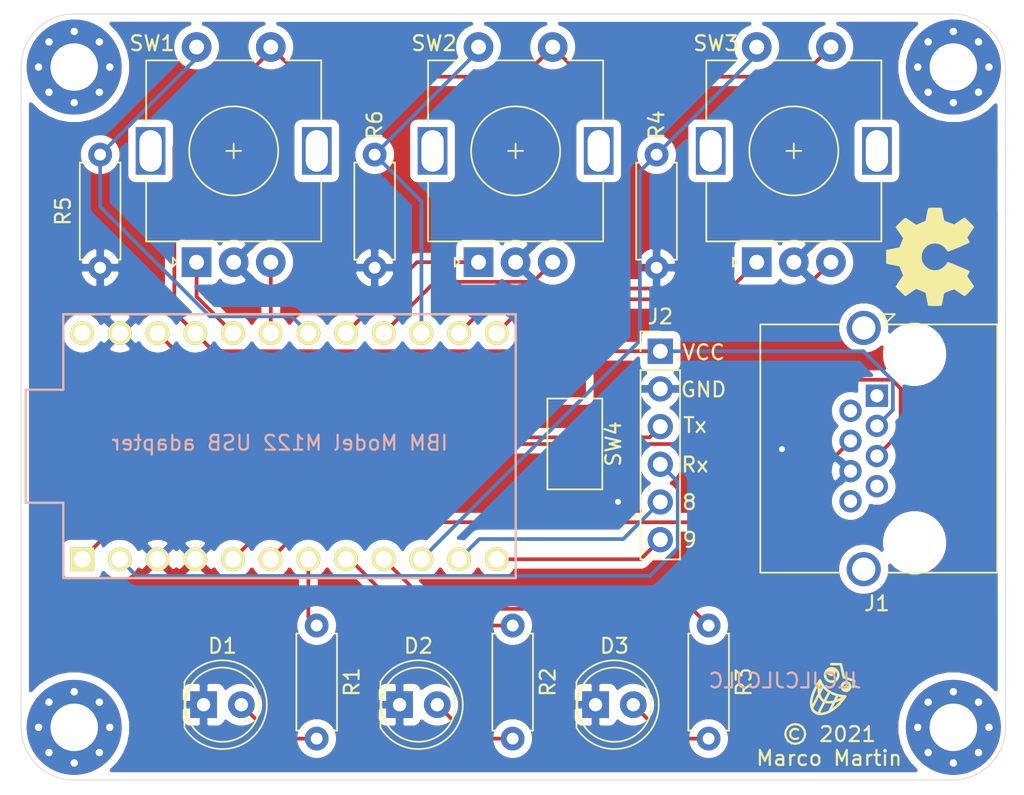
<source format=kicad_pcb>
(kicad_pcb (version 20171130) (host pcbnew 5.1.8-5.1.8)
  (layers (0 F.Cu signal) (31 B.Cu signal) (34 B.Paste user) (35 F.Paste user) (36 B.SilkS user) (37 F.SilkS user) (38 B.Mask user) (39 F.Mask user) (44 Edge.Cuts user))
  (net 0 "")
  (net 1 "Net-(D1-Pad2)")
  (net 2 "Net-(D2-Pad2)")
  (net 3 "Net-(D3-Pad2)")
  (net 4 "Net-(J1-Pad5)")
  (net 5 "Net-(J1-Pad4)")
  (net 6 "Net-(SW1-PadA)")
  (net 7 "Net-(SW1-PadB)")
  (net 8 "Net-(SW2-PadA)")
  (net 9 "Net-(SW2-PadB)")
  (net 10 GND)
  (net 11 "Net-(R5-Pad1)")
  (net 12 "Net-(R6-Pad1)")
  (net 13 "Net-(R3-Pad1)")
  (net 14 "Net-(R2-Pad1)")
  (net 15 "Net-(R1-Pad1)")
  (net 16 "Net-(J1-Pad8)")
  (net 17 "Net-(J1-Pad7)")
  (net 18 "Net-(J1-Pad2)")
  (net 19 "Net-(J1-Pad1)")
  (net 20 "Net-(U1-Pad24)")
  (net 21 VCC)
  (net 22 "Net-(R4-Pad1)")
  (net 23 "Net-(J2-Pad4)")
  (net 24 "Net-(J2-Pad3)")
  (net 25 "Net-(J2-Pad6)")
  (net 26 "Net-(J2-Pad5)")
  (net 27 "Net-(SW3-PadA)")
  (net 28 "Net-(SW3-PadB)")
  (net 29 "Net-(SW4-Pad1)")
  (module Connector_RJ:RJ45_Amphenol_RJHSE5380 (layer F.Cu) (at 113.6 79 270)
    (fp_text reference J1 (at 14 0 180) (layer F.SilkS))
    (fp_text value RJ45)
    (pad SH thru_hole circle (at -4.57 0.89 270) (size 2.3 2.3) (drill 1.57) (layers *.Cu *.Mask))
    (pad SH thru_hole circle (at 11.69 0.89 270) (size 2.3 2.3) (drill 1.57) (layers *.Cu *.Mask))
    (pad "" np_thru_hole circle (at 9.91 -2.54 270) (size 3.25 3.25) (drill 3.25) (layers *.Cu *.Mask))
    (pad "" np_thru_hole circle (at -2.79 -2.54 270) (size 3.25 3.25) (drill 3.25) (layers *.Cu *.Mask))
    (pad 8 thru_hole circle (at 7.112 1.78 270) (size 1.5 1.5) (drill 0.89) (layers *.Cu *.Mask) (net 16 "Net-(J1-Pad8)"))
    (pad 6 thru_hole circle (at 5.08 1.78 270) (size 1.5 1.5) (drill 0.89) (layers *.Cu *.Mask) (net 10 GND))
    (pad 4 thru_hole circle (at 3.048 1.78 270) (size 1.5 1.5) (drill 0.89) (layers *.Cu *.Mask) (net 5 "Net-(J1-Pad4)"))
    (pad 2 thru_hole circle (at 1.016 1.78 270) (size 1.5 1.5) (drill 0.89) (layers *.Cu *.Mask) (net 18 "Net-(J1-Pad2)"))
    (pad 7 thru_hole circle (at 6.096 0 270) (size 1.5 1.5) (drill 0.89) (layers *.Cu *.Mask) (net 17 "Net-(J1-Pad7)"))
    (pad 5 thru_hole circle (at 4.064 0 270) (size 1.5 1.5) (drill 0.89) (layers *.Cu *.Mask) (net 4 "Net-(J1-Pad5)"))
    (pad 3 thru_hole circle (at 2.032 0 270) (size 1.5 1.5) (drill 0.89) (layers *.Cu *.Mask) (net 21 VCC))
    (pad 1 thru_hole rect (at 0 0 270) (size 1.5 1.5) (drill 0.89) (layers *.Cu *.Mask) (net 19 "Net-(J1-Pad1)"))
  )
  (module Symbol:OSHW-Symbol_6.7x6mm_SilkScreen (layer F.Cu) (at 117.2 69.65 90)
    (fp_text reference REF** hide)
    (fp_text value OSHW-Symbol_6.7x6mm_SilkScreen hide)
  )
  (module Button_Switch_SMD:SW_SPST_CK_RS282G05A3 (layer F.Cu) (at 93.24 82.25 270)
    (fp_text reference SW4 (at 0 -2.6 90) (layer F.SilkS))
    (fp_text value SW_Push)
    (pad 2 smd rect (at 3.9 0 270) (size 1.5 1.5) (layers F.Cu F.Paste F.Mask) (net 10 GND))
    (pad 1 smd rect (at -3.9 0 270) (size 1.5 1.5) (layers F.Cu F.Paste F.Mask) (net 29 "Net-(SW4-Pad1)"))
  )
  (module Connector_PinHeader_2.54mm:PinHeader_1x06_P2.54mm_Vertical (layer F.Cu) (at 99 76)
    (fp_text reference J2 (at 0 -2.33) (layer F.SilkS))
    (fp_text value Conn_01x06_Male)
    (pad 6 thru_hole oval (at 0 12.7) (size 1.7 1.7) (drill 1) (layers *.Cu *.Mask) (net 25 "Net-(J2-Pad6)"))
    (pad 5 thru_hole oval (at 0 10.16) (size 1.7 1.7) (drill 1) (layers *.Cu *.Mask) (net 26 "Net-(J2-Pad5)"))
    (pad 4 thru_hole oval (at 0 7.62) (size 1.7 1.7) (drill 1) (layers *.Cu *.Mask) (net 23 "Net-(J2-Pad4)"))
    (pad 3 thru_hole oval (at 0 5.08) (size 1.7 1.7) (drill 1) (layers *.Cu *.Mask) (net 24 "Net-(J2-Pad3)"))
    (pad 2 thru_hole oval (at 0 2.54) (size 1.7 1.7) (drill 1) (layers *.Cu *.Mask) (net 10 GND))
    (pad 1 thru_hole rect (at 0 0) (size 1.7 1.7) (drill 1) (layers *.Cu *.Mask) (net 21 VCC))
  )
  (module Resistor_THT:R_Axial_DIN0207_L6.3mm_D2.5mm_P7.62mm_Horizontal (layer F.Cu) (at 98.75 62.75 270)
    (fp_text reference R4 (at -2 0 90) (layer F.SilkS))
    (fp_text value 10k)
    (pad 2 thru_hole oval (at 7.62 0 270) (size 1.6 1.6) (drill 0.8) (layers *.Cu *.Mask) (net 10 GND))
    (pad 1 thru_hole circle (at 0 0 270) (size 1.6 1.6) (drill 0.8) (layers *.Cu *.Mask) (net 22 "Net-(R4-Pad1)"))
  )
  (module Rotary_Encoder:RotaryEncoder_Alps_EC11E-Switch_Vertical_H20mm (layer F.Cu) (at 105.5 70 90)
    (fp_text reference SW3 (at 14.75 -2.75 180) (layer F.SilkS))
    (fp_text value Rotary_Encoder_Switch)
    (pad A thru_hole rect (at 0 0 90) (size 2 2) (drill 1) (layers *.Cu *.Mask) (net 27 "Net-(SW3-PadA)"))
    (pad C thru_hole circle (at 0 2.5 90) (size 2 2) (drill 1) (layers *.Cu *.Mask) (net 10 GND))
    (pad B thru_hole circle (at 0 5 90) (size 2 2) (drill 1) (layers *.Cu *.Mask) (net 28 "Net-(SW3-PadB)"))
    (pad MP thru_hole rect (at 7.5 -3.1 90) (size 3.2 2) (drill oval 2.8 1.5) (layers *.Cu *.Mask))
    (pad MP thru_hole rect (at 7.5 8.1 90) (size 3.2 2) (drill oval 2.8 1.5) (layers *.Cu *.Mask))
    (pad S2 thru_hole circle (at 14.5 0 90) (size 2 2) (drill 1) (layers *.Cu *.Mask) (net 22 "Net-(R4-Pad1)"))
    (pad S1 thru_hole circle (at 14.5 5 90) (size 2 2) (drill 1) (layers *.Cu *.Mask) (net 21 VCC))
  )
  (module MountingHole:MountingHole_3.2mm_M3_Pad_Via (layer F.Cu) (at 59.5 101.35)
    (fp_text reference mount4 hide)
    (fp_text value MountingHole_3.2mm_M3_Pad_Via hide)
    (pad 1 thru_hole circle (at 0 0) (size 6.4 6.4) (drill 3.2) (layers *.Cu *.Mask))
    (pad 1 thru_hole circle (at 2.4 0) (size 0.8 0.8) (drill 0.5) (layers *.Cu *.Mask))
    (pad 1 thru_hole circle (at 1.697056 1.697056) (size 0.8 0.8) (drill 0.5) (layers *.Cu *.Mask))
    (pad 1 thru_hole circle (at 0 2.4) (size 0.8 0.8) (drill 0.5) (layers *.Cu *.Mask))
    (pad 1 thru_hole circle (at -1.697056 1.697056) (size 0.8 0.8) (drill 0.5) (layers *.Cu *.Mask))
    (pad 1 thru_hole circle (at -2.4 0) (size 0.8 0.8) (drill 0.5) (layers *.Cu *.Mask))
    (pad 1 thru_hole circle (at -1.697056 -1.697056) (size 0.8 0.8) (drill 0.5) (layers *.Cu *.Mask))
    (pad 1 thru_hole circle (at 0 -2.4) (size 0.8 0.8) (drill 0.5) (layers *.Cu *.Mask))
    (pad 1 thru_hole circle (at 1.697056 -1.697056) (size 0.8 0.8) (drill 0.5) (layers *.Cu *.Mask))
  )
  (module MountingHole:MountingHole_3.2mm_M3_Pad_Via (layer F.Cu) (at 59.5 56.85)
    (fp_text reference mount1 hide)
    (fp_text value MountingHole_3.2mm_M3_Pad_Via hide)
    (pad 1 thru_hole circle (at 0 0) (size 6.4 6.4) (drill 3.2) (layers *.Cu *.Mask))
    (pad 1 thru_hole circle (at 2.4 0) (size 0.8 0.8) (drill 0.5) (layers *.Cu *.Mask))
    (pad 1 thru_hole circle (at 1.697056 1.697056) (size 0.8 0.8) (drill 0.5) (layers *.Cu *.Mask))
    (pad 1 thru_hole circle (at 0 2.4) (size 0.8 0.8) (drill 0.5) (layers *.Cu *.Mask))
    (pad 1 thru_hole circle (at -1.697056 1.697056) (size 0.8 0.8) (drill 0.5) (layers *.Cu *.Mask))
    (pad 1 thru_hole circle (at -2.4 0) (size 0.8 0.8) (drill 0.5) (layers *.Cu *.Mask))
    (pad 1 thru_hole circle (at -1.697056 -1.697056) (size 0.8 0.8) (drill 0.5) (layers *.Cu *.Mask))
    (pad 1 thru_hole circle (at 0 -2.4) (size 0.8 0.8) (drill 0.5) (layers *.Cu *.Mask))
    (pad 1 thru_hole circle (at 1.697056 -1.697056) (size 0.8 0.8) (drill 0.5) (layers *.Cu *.Mask))
  )
  (module MountingHole:MountingHole_3.2mm_M3_Pad_Via (layer F.Cu) (at 118.75 101.35)
    (fp_text reference mount3 hide)
    (fp_text value MountingHole_3.2mm_M3_Pad_Via hide)
    (pad 1 thru_hole circle (at 0 0) (size 6.4 6.4) (drill 3.2) (layers *.Cu *.Mask))
    (pad 1 thru_hole circle (at 2.4 0) (size 0.8 0.8) (drill 0.5) (layers *.Cu *.Mask))
    (pad 1 thru_hole circle (at 1.697056 1.697056) (size 0.8 0.8) (drill 0.5) (layers *.Cu *.Mask))
    (pad 1 thru_hole circle (at 0 2.4) (size 0.8 0.8) (drill 0.5) (layers *.Cu *.Mask))
    (pad 1 thru_hole circle (at -1.697056 1.697056) (size 0.8 0.8) (drill 0.5) (layers *.Cu *.Mask))
    (pad 1 thru_hole circle (at -2.4 0) (size 0.8 0.8) (drill 0.5) (layers *.Cu *.Mask))
    (pad 1 thru_hole circle (at -1.697056 -1.697056) (size 0.8 0.8) (drill 0.5) (layers *.Cu *.Mask))
    (pad 1 thru_hole circle (at 0 -2.4) (size 0.8 0.8) (drill 0.5) (layers *.Cu *.Mask))
    (pad 1 thru_hole circle (at 1.697056 -1.697056) (size 0.8 0.8) (drill 0.5) (layers *.Cu *.Mask))
  )
  (module MountingHole:MountingHole_3.2mm_M3_Pad_Via (layer F.Cu) (at 118.75 56.85)
    (fp_text reference mount2 hide)
    (fp_text value MountingHole_3.2mm_M3_Pad_Via hide)
    (pad 1 thru_hole circle (at 1.697056 -1.697056) (size 0.8 0.8) (drill 0.5) (layers *.Cu *.Mask))
    (pad 1 thru_hole circle (at 0 -2.4) (size 0.8 0.8) (drill 0.5) (layers *.Cu *.Mask))
    (pad 1 thru_hole circle (at -1.697056 -1.697056) (size 0.8 0.8) (drill 0.5) (layers *.Cu *.Mask))
    (pad 1 thru_hole circle (at -2.4 0) (size 0.8 0.8) (drill 0.5) (layers *.Cu *.Mask))
    (pad 1 thru_hole circle (at -1.697056 1.697056) (size 0.8 0.8) (drill 0.5) (layers *.Cu *.Mask))
    (pad 1 thru_hole circle (at 0 2.4) (size 0.8 0.8) (drill 0.5) (layers *.Cu *.Mask))
    (pad 1 thru_hole circle (at 1.697056 1.697056) (size 0.8 0.8) (drill 0.5) (layers *.Cu *.Mask))
    (pad 1 thru_hole circle (at 2.4 0) (size 0.8 0.8) (drill 0.5) (layers *.Cu *.Mask))
    (pad 1 thru_hole circle (at 0 0) (size 6.4 6.4) (drill 3.2) (layers *.Cu *.Mask))
  )
  (module Resistor_THT:R_Axial_DIN0207_L6.3mm_D2.5mm_P7.62mm_Horizontal (layer F.Cu) (at 79.75 62.75 270)
    (fp_text reference R6 (at -2 0 90) (layer F.SilkS))
    (fp_text value 10k)
    (pad 2 thru_hole oval (at 7.62 0 270) (size 1.6 1.6) (drill 0.8) (layers *.Cu *.Mask) (net 10 GND))
    (pad 1 thru_hole circle (at 0 0 270) (size 1.6 1.6) (drill 0.8) (layers *.Cu *.Mask) (net 12 "Net-(R6-Pad1)"))
  )
  (module Resistor_THT:R_Axial_DIN0207_L6.3mm_D2.5mm_P7.62mm_Horizontal (layer F.Cu) (at 61.25 62.75 270)
    (fp_text reference R5 (at 3.81 2.5 90) (layer F.SilkS))
    (fp_text value 10k)
    (pad 2 thru_hole oval (at 7.62 0 270) (size 1.6 1.6) (drill 0.8) (layers *.Cu *.Mask) (net 10 GND))
    (pad 1 thru_hole circle (at 0 0 270) (size 1.6 1.6) (drill 0.8) (layers *.Cu *.Mask) (net 11 "Net-(R5-Pad1)"))
  )
  (module Resistor_THT:R_Axial_DIN0207_L6.3mm_D2.5mm_P7.62mm_Horizontal (layer F.Cu) (at 102.258 94.488 270)
    (fp_text reference R3 (at 3.81 -2.37 90) (layer F.SilkS))
    (fp_text value 220)
    (pad 2 thru_hole oval (at 7.62 0 270) (size 1.6 1.6) (drill 0.8) (layers *.Cu *.Mask) (net 3 "Net-(D3-Pad2)"))
    (pad 1 thru_hole circle (at 0 0 270) (size 1.6 1.6) (drill 0.8) (layers *.Cu *.Mask) (net 13 "Net-(R3-Pad1)"))
  )
  (module Resistor_THT:R_Axial_DIN0207_L6.3mm_D2.5mm_P7.62mm_Horizontal (layer F.Cu) (at 89.05 94.488 270)
    (fp_text reference R2 (at 3.81 -2.37 90) (layer F.SilkS))
    (fp_text value 220)
    (pad 2 thru_hole oval (at 7.62 0 270) (size 1.6 1.6) (drill 0.8) (layers *.Cu *.Mask) (net 2 "Net-(D2-Pad2)"))
    (pad 1 thru_hole circle (at 0 0 270) (size 1.6 1.6) (drill 0.8) (layers *.Cu *.Mask) (net 14 "Net-(R2-Pad1)"))
  )
  (module Resistor_THT:R_Axial_DIN0207_L6.3mm_D2.5mm_P7.62mm_Horizontal (layer F.Cu) (at 75.842 94.488 270)
    (fp_text reference R1 (at 3.81 -2.37 90) (layer F.SilkS))
    (fp_text value 220)
    (pad 2 thru_hole oval (at 7.62 0 270) (size 1.6 1.6) (drill 0.8) (layers *.Cu *.Mask) (net 1 "Net-(D1-Pad2)"))
    (pad 1 thru_hole circle (at 0 0 270) (size 1.6 1.6) (drill 0.8) (layers *.Cu *.Mask) (net 15 "Net-(R1-Pad1)"))
  )
  (module promicro:ProMicro (layer F.Cu) (at 74.012 82.398)
    (fp_text reference U1 hide)
    (fp_text value ProMicro)
    (pad 24 thru_hole circle (at -13.97 -7.62) (size 1.6 1.6) (drill 1.1) (layers *.Cu *.Mask F.SilkS) (net 20 "Net-(U1-Pad24)"))
    (pad 23 thru_hole circle (at -11.43 -7.62) (size 1.6 1.6) (drill 1.1) (layers *.Cu *.Mask F.SilkS) (net 10 GND))
    (pad 22 thru_hole circle (at -8.89 -7.62) (size 1.6 1.6) (drill 1.1) (layers *.Cu *.Mask F.SilkS) (net 29 "Net-(SW4-Pad1)"))
    (pad 21 thru_hole circle (at -6.35 -7.62) (size 1.6 1.6) (drill 1.1) (layers *.Cu *.Mask F.SilkS) (net 21 VCC))
    (pad 20 thru_hole circle (at -3.81 -7.62) (size 1.6 1.6) (drill 1.1) (layers *.Cu *.Mask F.SilkS) (net 6 "Net-(SW1-PadA)"))
    (pad 19 thru_hole circle (at -1.27 -7.62) (size 1.6 1.6) (drill 1.1) (layers *.Cu *.Mask F.SilkS) (net 7 "Net-(SW1-PadB)"))
    (pad 18 thru_hole circle (at 1.27 -7.62) (size 1.6 1.6) (drill 1.1) (layers *.Cu *.Mask F.SilkS) (net 11 "Net-(R5-Pad1)"))
    (pad 17 thru_hole circle (at 3.81 -7.62) (size 1.6 1.6) (drill 1.1) (layers *.Cu *.Mask F.SilkS) (net 8 "Net-(SW2-PadA)"))
    (pad 16 thru_hole circle (at 6.35 -7.62) (size 1.6 1.6) (drill 1.1) (layers *.Cu *.Mask F.SilkS) (net 9 "Net-(SW2-PadB)"))
    (pad 15 thru_hole circle (at 8.89 -7.62) (size 1.6 1.6) (drill 1.1) (layers *.Cu *.Mask F.SilkS) (net 12 "Net-(R6-Pad1)"))
    (pad 14 thru_hole circle (at 11.43 -7.62) (size 1.6 1.6) (drill 1.1) (layers *.Cu *.Mask F.SilkS) (net 27 "Net-(SW3-PadA)"))
    (pad 13 thru_hole circle (at 13.97 -7.62) (size 1.6 1.6) (drill 1.1) (layers *.Cu *.Mask F.SilkS) (net 28 "Net-(SW3-PadB)"))
    (pad 12 thru_hole circle (at 13.97 7.62) (size 1.6 1.6) (drill 1.1) (layers *.Cu *.Mask F.SilkS) (net 25 "Net-(J2-Pad6)"))
    (pad 11 thru_hole circle (at 11.43 7.62) (size 1.6 1.6) (drill 1.1) (layers *.Cu *.Mask F.SilkS) (net 26 "Net-(J2-Pad5)"))
    (pad 10 thru_hole circle (at 8.89 7.62) (size 1.6 1.6) (drill 1.1) (layers *.Cu *.Mask F.SilkS) (net 22 "Net-(R4-Pad1)"))
    (pad 9 thru_hole circle (at 6.35 7.62) (size 1.6 1.6) (drill 1.1) (layers *.Cu *.Mask F.SilkS) (net 13 "Net-(R3-Pad1)"))
    (pad 8 thru_hole circle (at 3.81 7.62) (size 1.6 1.6) (drill 1.1) (layers *.Cu *.Mask F.SilkS) (net 14 "Net-(R2-Pad1)"))
    (pad 7 thru_hole circle (at 1.27 7.62) (size 1.6 1.6) (drill 1.1) (layers *.Cu *.Mask F.SilkS) (net 15 "Net-(R1-Pad1)"))
    (pad 6 thru_hole circle (at -1.27 7.62) (size 1.6 1.6) (drill 1.1) (layers *.Cu *.Mask F.SilkS) (net 5 "Net-(J1-Pad4)"))
    (pad 5 thru_hole circle (at -3.81 7.62) (size 1.6 1.6) (drill 1.1) (layers *.Cu *.Mask F.SilkS) (net 4 "Net-(J1-Pad5)"))
    (pad 4 thru_hole circle (at -6.35 7.62) (size 1.6 1.6) (drill 1.1) (layers *.Cu *.Mask F.SilkS) (net 10 GND))
    (pad 3 thru_hole circle (at -8.89 7.62) (size 1.6 1.6) (drill 1.1) (layers *.Cu *.Mask F.SilkS) (net 10 GND))
    (pad 2 thru_hole circle (at -11.43 7.62) (size 1.6 1.6) (drill 1.1) (layers *.Cu *.Mask F.SilkS) (net 23 "Net-(J2-Pad4)"))
    (pad 1 thru_hole rect (at -13.97 7.62) (size 1.6 1.6) (drill 1.1) (layers *.Cu *.Mask F.SilkS) (net 24 "Net-(J2-Pad3)"))
  )
  (module Rotary_Encoder:RotaryEncoder_Alps_EC11E-Switch_Vertical_H20mm (layer F.Cu) (at 86.75 70 90)
    (fp_text reference SW2 (at 14.75 -3 180) (layer F.SilkS))
    (fp_text value Rotary_Encoder_Switch)
    (pad A thru_hole rect (at 0 0 90) (size 2 2) (drill 1) (layers *.Cu *.Mask) (net 8 "Net-(SW2-PadA)"))
    (pad C thru_hole circle (at 0 2.5 90) (size 2 2) (drill 1) (layers *.Cu *.Mask) (net 10 GND))
    (pad B thru_hole circle (at 0 5 90) (size 2 2) (drill 1) (layers *.Cu *.Mask) (net 9 "Net-(SW2-PadB)"))
    (pad MP thru_hole rect (at 7.5 -3.1 90) (size 3.2 2) (drill oval 2.8 1.5) (layers *.Cu *.Mask))
    (pad MP thru_hole rect (at 7.5 8.1 90) (size 3.2 2) (drill oval 2.8 1.5) (layers *.Cu *.Mask))
    (pad S2 thru_hole circle (at 14.5 0 90) (size 2 2) (drill 1) (layers *.Cu *.Mask) (net 12 "Net-(R6-Pad1)"))
    (pad S1 thru_hole circle (at 14.5 5 90) (size 2 2) (drill 1) (layers *.Cu *.Mask) (net 21 VCC))
  )
  (module Rotary_Encoder:RotaryEncoder_Alps_EC11E-Switch_Vertical_H20mm (layer F.Cu) (at 67.75 70 90)
    (fp_text reference SW1 (at 14.75 -3 180) (layer F.SilkS))
    (fp_text value Rotary_Encoder_Switch)
    (pad A thru_hole rect (at 0 0 90) (size 2 2) (drill 1) (layers *.Cu *.Mask) (net 6 "Net-(SW1-PadA)"))
    (pad C thru_hole circle (at 0 2.5 90) (size 2 2) (drill 1) (layers *.Cu *.Mask) (net 10 GND))
    (pad B thru_hole circle (at 0 5 90) (size 2 2) (drill 1) (layers *.Cu *.Mask) (net 7 "Net-(SW1-PadB)"))
    (pad MP thru_hole rect (at 7.5 -3.1 90) (size 3.2 2) (drill oval 2.8 1.5) (layers *.Cu *.Mask))
    (pad MP thru_hole rect (at 7.5 8.1 90) (size 3.2 2) (drill oval 2.8 1.5) (layers *.Cu *.Mask))
    (pad S2 thru_hole circle (at 14.5 0 90) (size 2 2) (drill 1) (layers *.Cu *.Mask) (net 11 "Net-(R5-Pad1)"))
    (pad S1 thru_hole circle (at 14.5 5 90) (size 2 2) (drill 1) (layers *.Cu *.Mask) (net 21 VCC))
  )
  (module LED_THT:LED_D5.0mm (layer F.Cu) (at 94.638 99.822)
    (fp_text reference D3 (at 1.27 -3.96) (layer F.SilkS))
    (fp_text value LED)
    (pad 2 thru_hole circle (at 2.54 0) (size 1.8 1.8) (drill 0.9) (layers *.Cu *.Mask) (net 3 "Net-(D3-Pad2)"))
    (pad 1 thru_hole rect (at 0 0) (size 1.8 1.8) (drill 0.9) (layers *.Cu *.Mask) (net 10 GND))
  )
  (module LED_THT:LED_D5.0mm (layer F.Cu) (at 81.43 99.822)
    (fp_text reference D2 (at 1.27 -3.96) (layer F.SilkS))
    (fp_text value LED)
    (pad 2 thru_hole circle (at 2.54 0) (size 1.8 1.8) (drill 0.9) (layers *.Cu *.Mask) (net 2 "Net-(D2-Pad2)"))
    (pad 1 thru_hole rect (at 0 0) (size 1.8 1.8) (drill 0.9) (layers *.Cu *.Mask) (net 10 GND))
  )
  (module LED_THT:LED_D5.0mm (layer F.Cu) (at 68.222 99.822)
    (fp_text reference D1 (at 1.27 -3.96) (layer F.SilkS))
    (fp_text value LED)
    (pad 2 thru_hole circle (at 2.54 0) (size 1.8 1.8) (drill 0.9) (layers *.Cu *.Mask) (net 1 "Net-(D1-Pad2)"))
    (pad 1 thru_hole rect (at 0 0) (size 1.8 1.8) (drill 0.9) (layers *.Cu *.Mask) (net 10 GND))
  )
  (gr_text JLCJLCJLCJLC (at 107.4 98.2) (layer B.SilkS) (effects (font (size 1 1)) (justify mirror)))
  (gr_text "IBM Model M122 USB adapter" (at 73.35 82.18) (layer B.SilkS) (effects (font (size 1 1)) (justify mirror)))
  (gr_text V.1.0 (at 120.9 62.93 90) (layer F.Cu) (effects (font (size 1.5 1.5) (thickness 0.3))))
  (gr_poly (pts (xy 111.67 98.69) (xy 111.52 98.87) (xy 111.45 98.67)) (layer F.SilkS) (width 0.1))
  (gr_poly (pts (xy 110.73 97.52) (xy 110.59 97.79) (xy 110.37 97.66) (xy 110.43 97.43)) (layer F.SilkS) (width 0.1))
  (gr_text "© 2021\nMarco Martin" (at 110.38 102.62) (layer F.SilkS) (effects (font (size 1 1))))
  (gr_line (start 110.92143 98.07379) (end 110.867051 98.139662) (layer F.SilkS) (width 0.169))
  (gr_line (start 109.264132 99.166154) (end 109.328173 98.990966) (layer F.SilkS) (width 0.169))
  (gr_line (start 109.216595 99.331124) (end 109.264132 99.166154) (layer F.SilkS) (width 0.169))
  (gr_line (start 109.184927 99.485655) (end 109.216595 99.331124) (layer F.SilkS) (width 0.169))
  (gr_line (start 109.168423 99.629603) (end 109.184927 99.485655) (layer F.SilkS) (width 0.169))
  (gr_line (start 109.166378 99.762623) (end 109.168423 99.629603) (layer F.SilkS) (width 0.169))
  (gr_line (start 109.178015 99.884498) (end 109.166378 99.762623) (layer F.SilkS) (width 0.169))
  (gr_line (start 109.20263 99.995088) (end 109.178015 99.884498) (layer F.SilkS) (width 0.169))
  (gr_line (start 109.239588 100.093971) (end 109.20263 99.995088) (layer F.SilkS) (width 0.169))
  (gr_line (start 109.288112 100.181075) (end 109.239588 100.093971) (layer F.SilkS) (width 0.169))
  (gr_line (start 109.347497 100.256117) (end 109.288112 100.181075) (layer F.SilkS) (width 0.169))
  (gr_line (start 109.41704 100.318819) (end 109.347497 100.256117) (layer F.SilkS) (width 0.169))
  (gr_line (start 109.496033 100.368964) (end 109.41704 100.318819) (layer F.SilkS) (width 0.169))
  (gr_line (start 109.583702 100.406276) (end 109.496033 100.368964) (layer F.SilkS) (width 0.169))
  (gr_line (start 109.679411 100.430607) (end 109.583702 100.406276) (layer F.SilkS) (width 0.169))
  (gr_line (start 109.782384 100.441681) (end 109.679411 100.430607) (layer F.SilkS) (width 0.169))
  (gr_line (start 109.891986 100.439213) (end 109.782384 100.441681) (layer F.SilkS) (width 0.169))
  (gr_line (start 110.007442 100.422991) (end 109.891986 100.439213) (layer F.SilkS) (width 0.169))
  (gr_line (start 110.128047 100.392805) (end 110.007442 100.422991) (layer F.SilkS) (width 0.169))
  (gr_line (start 110.253097 100.348441) (end 110.128047 100.392805) (layer F.SilkS) (width 0.169))
  (gr_line (start 110.381884 100.289548) (end 110.253097 100.348441) (layer F.SilkS) (width 0.169))
  (gr_line (start 110.513633 100.215986) (end 110.381884 100.289548) (layer F.SilkS) (width 0.169))
  (gr_line (start 110.647779 100.127471) (end 110.513633 100.215986) (layer F.SilkS) (width 0.169))
  (gr_line (start 110.783409 100.023794) (end 110.647779 100.127471) (layer F.SilkS) (width 0.169))
  (gr_line (start 110.919947 99.90474) (end 110.783409 100.023794) (layer F.SilkS) (width 0.169))
  (gr_line (start 111.056721 99.770029) (end 110.919947 99.90474) (layer F.SilkS) (width 0.169))
  (gr_line (start 110.997467 97.847395) (end 110.988367 97.914684) (layer F.SilkS) (width 0.169))
  (gr_line (start 110.318971 97.598835) (end 110.318971 97.578958) (layer F.SilkS) (width 0.169))
  (gr_line (start 110.543039 97.394592) (end 110.602709 97.410608) (layer F.SilkS) (width 0.169))
  (gr_line (start 110.523227 97.394592) (end 110.543039 97.394592) (layer F.SilkS) (width 0.169))
  (gr_line (start 110.727548 97.598835) (end 110.727548 97.61866) (layer F.SilkS) (width 0.169))
  (gr_line (start 110.801258 98.193975) (end 110.72565 98.235029) (layer F.SilkS) (width 0.169))
  (gr_line (start 110.237721 97.510331) (end 110.303527 97.455952) (layer F.SilkS) (width 0.169))
  (gr_line (start 110.443667 97.78701) (end 110.37878 97.743291) (layer F.SilkS) (width 0.169))
  (gr_line (start 110.503337 97.803104) (end 110.443667 97.78701) (layer F.SilkS) (width 0.169))
  (gr_line (start 110.66767 97.743291) (end 110.602709 97.78701) (layer F.SilkS) (width 0.169))
  (gr_line (start 110.37878 97.454392) (end 110.443667 97.410608) (layer F.SilkS) (width 0.169))
  (gr_line (start 110.318971 97.578958) (end 110.334981 97.519288) (layer F.SilkS) (width 0.169))
  (gr_line (start 110.962484 97.651745) (end 110.988367 97.735322) (layer F.SilkS) (width 0.169))
  (gr_line (start 110.997467 97.825035) (end 110.997467 97.847395) (layer F.SilkS) (width 0.169))
  (gr_line (start 110.997467 97.80261) (end 110.997467 97.825035) (layer F.SilkS) (width 0.169))
  (gr_line (start 110.37878 97.743291) (end 110.334981 97.678343) (layer F.SilkS) (width 0.169))
  (gr_line (start 110.92143 97.57615) (end 110.962484 97.651745) (layer F.SilkS) (width 0.169))
  (gr_line (start 110.72565 98.235029) (end 110.642073 98.260899) (layer F.SilkS) (width 0.169))
  (gr_line (start 110.642073 98.260899) (end 110.574785 98.27) (layer F.SilkS) (width 0.169))
  (gr_line (start 110.997467 97.825035) (end 110.997467 97.825035) (layer F.SilkS) (width 0.169))
  (gr_line (start 110.303527 97.455952) (end 110.379133 97.414911) (layer F.SilkS) (width 0.169))
  (gr_line (start 111.192844 99.619377) (end 111.056721 99.770029) (layer F.SilkS) (width 0.169))
  (gr_line (start 111.327745 99.452648) (end 111.192844 99.619377) (layer F.SilkS) (width 0.169))
  (gr_line (start 111.428612 99.316096) (end 111.327745 99.452648) (layer F.SilkS) (width 0.169))
  (gr_line (start 111.460709 99.269556) (end 111.428612 99.316096) (layer F.SilkS) (width 0.169))
  (gr_line (start 111.386232 99.262497) (end 111.460709 99.269556) (layer F.SilkS) (width 0.169))
  (gr_line (start 111.164127 99.229282) (end 111.386232 99.262497) (layer F.SilkS) (width 0.169))
  (gr_line (start 110.890334 99.16566) (end 111.164127 99.229282) (layer F.SilkS) (width 0.169))
  (gr_line (start 110.640019 99.076857) (end 110.890334 99.16566) (layer F.SilkS) (width 0.169))
  (gr_line (start 110.413766 98.961132) (end 110.640019 99.076857) (layer F.SilkS) (width 0.169))
  (gr_line (start 110.212402 98.816688) (end 110.413766 98.961132) (layer F.SilkS) (width 0.169))
  (gr_line (start 110.036572 98.64176) (end 110.212402 98.816688) (layer F.SilkS) (width 0.169))
  (gr_line (start 109.887049 98.434566) (end 110.036572 98.64176) (layer F.SilkS) (width 0.169))
  (gr_line (start 109.790635 98.255544) (end 109.887049 98.434566) (layer F.SilkS) (width 0.169))
  (gr_line (start 109.764539 98.193417) (end 109.790635 98.255544) (layer F.SilkS) (width 0.169))
  (gr_line (start 112.05893 98.215347) (end 112.011532 98.623859) (layer F.SilkS) (width 0.169))
  (gr_line (start 111.365926 97.963615) (end 112.05893 98.215347) (layer F.SilkS) (width 0.169))
  (gr_line (start 111.172577 97.095475) (end 111.365926 97.963615) (layer F.SilkS) (width 0.169))
  (gr_line (start 110.519626 97.088143) (end 111.172577 97.095475) (layer F.SilkS) (width 0.169))
  (gr_line (start 111.409996 98.742835) (end 111.409996 98.742835) (layer F.SilkS) (width 0.169))
  (gr_line (start 111.409996 98.755172) (end 111.409996 98.742835) (layer F.SilkS) (width 0.169))
  (gr_line (start 111.419941 98.792352) (end 111.409996 98.755172) (layer F.SilkS) (width 0.169))
  (gr_line (start 111.447228 98.832834) (end 111.419941 98.792352) (layer F.SilkS) (width 0.169))
  (gr_line (start 111.487723 98.860134) (end 111.447228 98.832834) (layer F.SilkS) (width 0.169))
  (gr_line (start 111.524877 98.870145) (end 111.487723 98.860134) (layer F.SilkS) (width 0.169))
  (gr_line (start 110.318971 97.61866) (end 110.318971 97.598835) (layer F.SilkS) (width 0.169))
  (gr_line (start 110.867051 97.510331) (end 110.92143 97.57615) (layer F.SilkS) (width 0.169))
  (gr_line (start 110.988367 97.914684) (end 110.962484 97.998195) (layer F.SilkS) (width 0.169))
  (gr_line (start 110.962484 97.998195) (end 110.92143 98.07379) (layer F.SilkS) (width 0.169))
  (gr_line (start 110.543039 97.803104) (end 110.523227 97.803104) (layer F.SilkS) (width 0.169))
  (gr_line (start 110.384634 98.977706) (end 109.647813 100.422216) (layer F.SilkS) (width 0.169))
  (gr_line (start 109.968792 98.576461) (end 109.23197 100.020972) (layer F.SilkS) (width 0.169))
  (gr_line (start 109.741477 98.299275) (end 109.757203 98.226267) (layer F.SilkS) (width 0.169))
  (gr_line (start 109.706 98.520808) (end 109.741477 98.299275) (layer F.SilkS) (width 0.169))
  (gr_line (start 109.686181 98.77761) (end 109.706 98.520808) (layer F.SilkS) (width 0.169))
  (gr_line (start 109.695491 98.998077) (end 109.686181 98.77761) (layer F.SilkS) (width 0.169))
  (gr_line (start 109.731742 99.183925) (end 109.695491 98.998077) (layer F.SilkS) (width 0.169))
  (gr_line (start 109.792539 99.336624) (end 109.731742 99.183925) (layer F.SilkS) (width 0.169))
  (gr_line (start 109.875622 99.457797) (end 109.792539 99.336624) (layer F.SilkS) (width 0.169))
  (gr_line (start 109.978807 99.549056) (end 109.875622 99.457797) (layer F.SilkS) (width 0.169))
  (gr_line (start 110.099766 99.611973) (end 109.978807 99.549056) (layer F.SilkS) (width 0.169))
  (gr_line (start 110.23617 99.648084) (end 110.099766 99.611973) (layer F.SilkS) (width 0.169))
  (gr_line (start 110.385905 99.659014) (end 110.23617 99.648084) (layer F.SilkS) (width 0.169))
  (gr_line (start 110.546575 99.64632) (end 110.385905 99.659014) (layer F.SilkS) (width 0.169))
  (gr_line (start 110.715978 99.611619) (end 110.546575 99.64632) (layer F.SilkS) (width 0.169))
  (gr_line (start 110.891816 99.556466) (end 110.715978 99.611619) (layer F.SilkS) (width 0.169))
  (gr_line (start 111.071736 99.482405) (end 110.891816 99.556466) (layer F.SilkS) (width 0.169))
  (gr_line (start 111.253632 99.391067) (end 111.071736 99.482405) (layer F.SilkS) (width 0.169))
  (gr_line (start 111.390678 99.312222) (end 111.253632 99.391067) (layer F.SilkS) (width 0.169))
  (gr_line (start 111.435164 99.284077) (end 111.390678 99.312222) (layer F.SilkS) (width 0.169))
  (gr_line (start 109.764539 98.193417) (end 109.764539 98.193417) (layer F.SilkS) (width 0.169))
  (gr_line (start 109.728992 98.245949) (end 109.764539 98.193417) (layer F.SilkS) (width 0.169))
  (gr_line (start 109.627007 98.406824) (end 109.728992 98.245949) (layer F.SilkS) (width 0.169))
  (gr_line (start 109.508939 98.611093) (end 109.627007 98.406824) (layer F.SilkS) (width 0.169))
  (gr_line (start 109.409563 98.805885) (end 109.508939 98.611093) (layer F.SilkS) (width 0.169))
  (gr_line (start 109.328173 98.990966) (end 109.409563 98.805885) (layer F.SilkS) (width 0.169))
  (gr_line (start 110.642073 97.389015) (end 110.72565 97.414911) (layer F.SilkS) (width 0.169))
  (gr_line (start 110.237721 98.139662) (end 110.183343 98.07379) (layer F.SilkS) (width 0.169))
  (gr_line (start 110.303527 98.193975) (end 110.237721 98.139662) (layer F.SilkS) (width 0.169))
  (gr_line (start 110.574785 98.27) (end 110.552425 98.27) (layer F.SilkS) (width 0.169))
  (gr_line (start 110.552425 97.379993) (end 110.574785 97.379993) (layer F.SilkS) (width 0.169))
  (gr_line (start 110.711467 97.678343) (end 110.66767 97.743291) (layer F.SilkS) (width 0.169))
  (gr_line (start 111.289187 98.75694) (end 111.263577 98.709906) (layer F.SilkS) (width 0.169))
  (gr_line (start 111.323039 98.797981) (end 111.289187 98.75694) (layer F.SilkS) (width 0.169))
  (gr_line (start 111.36408 98.831833) (end 111.323039 98.797981) (layer F.SilkS) (width 0.169))
  (gr_line (start 111.411114 98.857443) (end 111.36408 98.831833) (layer F.SilkS) (width 0.169))
  (gr_line (start 111.463166 98.873602) (end 111.411114 98.857443) (layer F.SilkS) (width 0.169))
  (gr_line (start 111.505078 98.879231) (end 111.463166 98.873602) (layer F.SilkS) (width 0.169))
  (gr_line (start 111.519105 98.879231) (end 111.505078 98.879231) (layer F.SilkS) (width 0.169))
  (gr_line (start 111.533067 98.879231) (end 111.519105 98.879231) (layer F.SilkS) (width 0.169))
  (gr_line (start 111.574966 98.873602) (end 111.533067 98.879231) (layer F.SilkS) (width 0.169))
  (gr_line (start 111.627005 98.857443) (end 111.574966 98.873602) (layer F.SilkS) (width 0.169))
  (gr_line (start 111.674052 98.831833) (end 111.627005 98.857443) (layer F.SilkS) (width 0.169))
  (gr_line (start 111.715093 98.797981) (end 111.674052 98.831833) (layer F.SilkS) (width 0.169))
  (gr_line (start 111.748945 98.75694) (end 111.715093 98.797981) (layer F.SilkS) (width 0.169))
  (gr_line (start 111.774555 98.709906) (end 111.748945 98.75694) (layer F.SilkS) (width 0.169))
  (gr_line (start 111.790714 98.657854) (end 111.774555 98.709906) (layer F.SilkS) (width 0.169))
  (gr_line (start 111.796343 98.615942) (end 111.790714 98.657854) (layer F.SilkS) (width 0.169))
  (gr_line (start 111.796343 98.601993) (end 111.796343 98.615942) (layer F.SilkS) (width 0.169))
  (gr_line (start 111.796343 98.587966) (end 111.796343 98.601993) (layer F.SilkS) (width 0.169))
  (gr_line (start 111.790714 98.546054) (end 111.796343 98.587966) (layer F.SilkS) (width 0.169))
  (gr_line (start 111.774555 98.494002) (end 111.790714 98.546054) (layer F.SilkS) (width 0.169))
  (gr_line (start 110.939136 99.196548) (end 110.399234 100.276288) (layer F.SilkS) (width 0.169))
  (gr_line (start 111.748945 98.446968) (end 111.774555 98.494002) (layer F.SilkS) (width 0.169))
  (gr_line (start 111.715093 98.405927) (end 111.748945 98.446968) (layer F.SilkS) (width 0.169))
  (gr_line (start 111.674052 98.372075) (end 111.715093 98.405927) (layer F.SilkS) (width 0.169))
  (gr_line (start 111.627005 98.346465) (end 111.674052 98.372075) (layer F.SilkS) (width 0.169))
  (gr_line (start 111.574966 98.330306) (end 111.627005 98.346465) (layer F.SilkS) (width 0.169))
  (gr_line (start 111.533067 98.324729) (end 111.574966 98.330306) (layer F.SilkS) (width 0.169))
  (gr_line (start 111.519105 98.324729) (end 111.533067 98.324729) (layer F.SilkS) (width 0.169))
  (gr_line (start 111.505078 98.324729) (end 111.519105 98.324729) (layer F.SilkS) (width 0.169))
  (gr_line (start 111.463166 98.330306) (end 111.505078 98.324729) (layer F.SilkS) (width 0.169))
  (gr_line (start 111.411114 98.346465) (end 111.463166 98.330306) (layer F.SilkS) (width 0.169))
  (gr_line (start 111.36408 98.372075) (end 111.411114 98.346465) (layer F.SilkS) (width 0.169))
  (gr_line (start 111.323039 98.405927) (end 111.36408 98.372075) (layer F.SilkS) (width 0.169))
  (gr_line (start 111.289187 98.446968) (end 111.323039 98.405927) (layer F.SilkS) (width 0.169))
  (gr_line (start 111.263577 98.494002) (end 111.289187 98.446968) (layer F.SilkS) (width 0.169))
  (gr_line (start 111.247418 98.546054) (end 111.263577 98.494002) (layer F.SilkS) (width 0.169))
  (gr_line (start 111.241841 98.587966) (end 111.247418 98.546054) (layer F.SilkS) (width 0.169))
  (gr_line (start 111.241841 98.601993) (end 111.241841 98.587966) (layer F.SilkS) (width 0.169))
  (gr_line (start 110.727548 97.598835) (end 110.727548 97.598835) (layer F.SilkS) (width 0.169))
  (gr_line (start 110.727548 97.578958) (end 110.727548 97.598835) (layer F.SilkS) (width 0.169))
  (gr_line (start 110.867051 98.139662) (end 110.801258 98.193975) (layer F.SilkS) (width 0.169))
  (gr_line (start 110.523227 97.803104) (end 110.503337 97.803104) (layer F.SilkS) (width 0.169))
  (gr_line (start 110.988367 97.735322) (end 110.997467 97.80261) (layer F.SilkS) (width 0.169))
  (gr_line (start 110.183343 98.07379) (end 110.142295 97.998195) (layer F.SilkS) (width 0.169))
  (gr_line (start 110.462712 98.260899) (end 110.379133 98.235029) (layer F.SilkS) (width 0.169))
  (gr_line (start 110.602709 97.78701) (end 110.543039 97.803104) (layer F.SilkS) (width 0.169))
  (gr_line (start 111.537305 98.870145) (end 111.524877 98.870145) (layer F.SilkS) (width 0.169))
  (gr_line (start 111.549642 98.870145) (end 111.537305 98.870145) (layer F.SilkS) (width 0.169))
  (gr_line (start 111.586809 98.860134) (end 111.549642 98.870145) (layer F.SilkS) (width 0.169))
  (gr_line (start 111.627226 98.832834) (end 111.586809 98.860134) (layer F.SilkS) (width 0.169))
  (gr_line (start 111.654526 98.792352) (end 111.627226 98.832834) (layer F.SilkS) (width 0.169))
  (gr_line (start 111.664536 98.755172) (end 111.654526 98.792352) (layer F.SilkS) (width 0.169))
  (gr_line (start 111.664536 98.742835) (end 111.664536 98.755172) (layer F.SilkS) (width 0.169))
  (gr_line (start 111.664536 98.73042) (end 111.664536 98.742835) (layer F.SilkS) (width 0.169))
  (gr_line (start 111.654526 98.693266) (end 111.664536 98.73042) (layer F.SilkS) (width 0.169))
  (gr_line (start 111.627226 98.652836) (end 111.654526 98.693266) (layer F.SilkS) (width 0.169))
  (gr_line (start 111.586809 98.625549) (end 111.627226 98.652836) (layer F.SilkS) (width 0.169))
  (gr_line (start 111.549642 98.615604) (end 111.586809 98.625549) (layer F.SilkS) (width 0.169))
  (gr_line (start 111.537305 98.615604) (end 111.549642 98.615604) (layer F.SilkS) (width 0.169))
  (gr_line (start 111.524877 98.615604) (end 111.537305 98.615604) (layer F.SilkS) (width 0.169))
  (gr_line (start 111.487723 98.625549) (end 111.524877 98.615604) (layer F.SilkS) (width 0.169))
  (gr_line (start 111.447228 98.652836) (end 111.487723 98.625549) (layer F.SilkS) (width 0.169))
  (gr_line (start 111.419941 98.693266) (end 111.447228 98.652836) (layer F.SilkS) (width 0.169))
  (gr_line (start 111.409996 98.73042) (end 111.419941 98.693266) (layer F.SilkS) (width 0.169))
  (gr_line (start 111.409996 98.742835) (end 111.409996 98.73042) (layer F.SilkS) (width 0.169))
  (gr_line (start 111.241841 98.601993) (end 111.241841 98.601993) (layer F.SilkS) (width 0.169))
  (gr_line (start 111.241841 98.615942) (end 111.241841 98.601993) (layer F.SilkS) (width 0.169))
  (gr_line (start 111.247418 98.657854) (end 111.241841 98.615942) (layer F.SilkS) (width 0.169))
  (gr_line (start 111.263577 98.709906) (end 111.247418 98.657854) (layer F.SilkS) (width 0.169))
  (gr_line (start 110.53 97.379993) (end 110.552425 97.379993) (layer F.SilkS) (width 0.169))
  (gr_line (start 110.462712 97.389015) (end 110.53 97.379993) (layer F.SilkS) (width 0.169))
  (gr_line (start 110.142295 97.651745) (end 110.183343 97.57615) (layer F.SilkS) (width 0.169))
  (gr_line (start 110.107384 97.825035) (end 110.107384 97.80261) (layer F.SilkS) (width 0.169))
  (gr_line (start 110.711467 97.519288) (end 110.727548 97.578958) (layer F.SilkS) (width 0.169))
  (gr_line (start 110.66767 97.454392) (end 110.711467 97.519288) (layer F.SilkS) (width 0.169))
  (gr_line (start 110.602709 97.410608) (end 110.66767 97.454392) (layer F.SilkS) (width 0.169))
  (gr_line (start 110.379133 97.414911) (end 110.462712 97.389015) (layer F.SilkS) (width 0.169))
  (gr_line (start 110.552425 98.27) (end 110.53 98.27) (layer F.SilkS) (width 0.169))
  (gr_line (start 110.801258 97.455952) (end 110.867051 97.510331) (layer F.SilkS) (width 0.169))
  (gr_line (start 110.107384 97.80261) (end 110.116411 97.735322) (layer F.SilkS) (width 0.169))
  (gr_line (start 110.116411 97.735322) (end 110.142295 97.651745) (layer F.SilkS) (width 0.169))
  (gr_line (start 110.334981 97.519288) (end 110.37878 97.454392) (layer F.SilkS) (width 0.169))
  (gr_line (start 110.503337 97.394592) (end 110.523227 97.394592) (layer F.SilkS) (width 0.169))
  (gr_line (start 110.443667 97.410608) (end 110.503337 97.394592) (layer F.SilkS) (width 0.169))
  (gr_line (start 110.334981 97.678343) (end 110.318971 97.61866) (layer F.SilkS) (width 0.169))
  (gr_line (start 110.72565 97.414911) (end 110.801258 97.455952) (layer F.SilkS) (width 0.169))
  (gr_line (start 110.142295 97.998195) (end 110.116411 97.914684) (layer F.SilkS) (width 0.169))
  (gr_line (start 110.727548 97.61866) (end 110.711467 97.678343) (layer F.SilkS) (width 0.169))
  (gr_line (start 110.379133 98.235029) (end 110.303527 98.193975) (layer F.SilkS) (width 0.169))
  (gr_line (start 110.107384 97.847395) (end 110.107384 97.825035) (layer F.SilkS) (width 0.169))
  (gr_line (start 110.183343 97.57615) (end 110.237721 97.510331) (layer F.SilkS) (width 0.169))
  (gr_line (start 110.574785 97.379993) (end 110.642073 97.389015) (layer F.SilkS) (width 0.169))
  (gr_line (start 110.116411 97.914684) (end 110.107384 97.847395) (layer F.SilkS) (width 0.169))
  (gr_line (start 110.53 98.27) (end 110.462712 98.260899) (layer F.SilkS) (width 0.169))
  (gr_text 9 (at 100.98 88.72) (layer F.SilkS) (effects (font (size 1 1))))
  (gr_text 8 (at 100.96 86.18) (layer F.SilkS) (effects (font (size 1 1))))
  (gr_text Rx (at 102.34 83.65) (layer F.SilkS) (effects (font (size 1 1)) (justify right)))
  (gr_text Tx (at 102.22 80.99) (layer F.SilkS) (effects (font (size 1 1)) (justify right)))
  (gr_text GND (at 101.92 78.59) (layer F.SilkS) (effects (font (size 1 1))))
  (gr_text VCC (at 101.92 76.08) (layer F.SilkS) (effects (font (size 1 1))))
  (gr_line (start 122.27 101.31) (end 122.264 56.836) (layer Edge.Cuts) (width 0.05))
  (gr_line (start 59.51 104.9) (end 118.7 104.9) (layer Edge.Cuts) (width 0.05))
  (gr_arc (start 118.69 101.32) (end 122.27 101.31) (angle 90) (layer Edge.Cuts) (width 0.05))
  (gr_line (start 55.92 101.33) (end 55.92 56.85) (layer Edge.Cuts) (width 0.05))
  (gr_arc (start 59.5 101.32) (end 59.51 104.9) (angle 90) (layer Edge.Cuts) (width 0.05))
  (gr_line (start 59.5 53.27) (end 118.69 53.27) (layer Edge.Cuts) (width 0.05))
  (gr_arc (start 118.694 56.84) (end 118.69 53.27) (angle 90) (layer Edge.Cuts) (width 0.05))
  (gr_arc (start 59.5 56.85) (end 55.92 56.85) (angle 90) (layer Edge.Cuts) (width 0.05))
  (segment (start 73.048 102.108) (end 70.762 99.822) (width 0.25) (layer F.Cu) (net 1))
  (segment (start 75.842 102.108) (end 73.048 102.108) (width 0.25) (layer F.Cu) (net 1))
  (segment (start 86.256 102.108) (end 83.97 99.822) (width 0.25) (layer F.Cu) (net 2))
  (segment (start 89.05 102.108) (end 86.256 102.108) (width 0.25) (layer F.Cu) (net 2))
  (segment (start 99.464 102.108) (end 97.178 99.822) (width 0.25) (layer F.Cu) (net 3))
  (segment (start 102.258 102.108) (end 99.464 102.108) (width 0.25) (layer F.Cu) (net 3))
  (segment (start 77.964999 82.255001) (end 70.202 90.018) (width 0.25) (layer F.Cu) (net 4))
  (segment (start 103.244999 82.255001) (end 77.964999 82.255001) (width 0.25) (layer F.Cu) (net 4))
  (segment (start 107.575001 77.924999) (end 103.244999 82.255001) (width 0.25) (layer F.Cu) (net 4))
  (segment (start 115.2 81.464) (end 115.2 78.514998) (width 0.25) (layer F.Cu) (net 4))
  (segment (start 114.610001 77.924999) (end 107.575001 77.924999) (width 0.25) (layer F.Cu) (net 4))
  (segment (start 115.2 78.514998) (end 114.610001 77.924999) (width 0.25) (layer F.Cu) (net 4))
  (segment (start 113.6 83.064) (end 115.2 81.464) (width 0.25) (layer F.Cu) (net 4))
  (segment (start 106.343001 87.524999) (end 111.82 82.048) (width 0.25) (layer F.Cu) (net 5))
  (segment (start 75.235001 87.524999) (end 106.343001 87.524999) (width 0.25) (layer F.Cu) (net 5))
  (segment (start 72.742 90.018) (end 75.235001 87.524999) (width 0.25) (layer F.Cu) (net 5))
  (segment (start 67.75 72.326) (end 70.202 74.778) (width 0.25) (layer F.Cu) (net 6))
  (segment (start 67.75 70) (end 67.75 72.326) (width 0.25) (layer F.Cu) (net 6))
  (segment (start 73 74.52) (end 72.742 74.778) (width 0.25) (layer F.Cu) (net 7))
  (segment (start 72.75 74.77) (end 72.742 74.778) (width 0.25) (layer F.Cu) (net 7))
  (segment (start 72.75 70) (end 72.75 74.77) (width 0.25) (layer F.Cu) (net 7))
  (segment (start 82.6 70) (end 77.822 74.778) (width 0.25) (layer F.Cu) (net 8))
  (segment (start 86.75 70) (end 82.6 70) (width 0.25) (layer F.Cu) (net 8))
  (segment (start 83.814999 71.325001) (end 80.362 74.778) (width 0.25) (layer F.Cu) (net 9))
  (segment (start 90.424999 71.325001) (end 83.814999 71.325001) (width 0.25) (layer F.Cu) (net 9))
  (segment (start 91.75 70) (end 90.424999 71.325001) (width 0.25) (layer F.Cu) (net 9))
  (via (at 96.15 86.15) (size 0.8) (drill 0.4) (layers F.Cu B.Cu) (net 10))
  (via (at 107.2 82.6) (size 0.8) (drill 0.4) (layers F.Cu B.Cu) (net 10))
  (segment (start 67.75 56.25) (end 67.75 55.5) (width 0.25) (layer B.Cu) (net 11))
  (segment (start 61.25 62.75) (end 67.75 56.25) (width 0.25) (layer B.Cu) (net 11))
  (segment (start 74.156999 73.652999) (end 75.282 74.778) (width 0.25) (layer B.Cu) (net 11))
  (segment (start 68.652999 73.652999) (end 74.156999 73.652999) (width 0.25) (layer B.Cu) (net 11))
  (segment (start 61.25 66.25) (end 68.652999 73.652999) (width 0.25) (layer B.Cu) (net 11))
  (segment (start 61.25 62.75) (end 61.25 66.25) (width 0.25) (layer B.Cu) (net 11))
  (segment (start 82.902 66.402) (end 82.902 74.778) (width 0.25) (layer B.Cu) (net 12))
  (segment (start 82.902 65.902) (end 82.902 66.402) (width 0.25) (layer B.Cu) (net 12))
  (segment (start 79.75 62.75) (end 82.902 65.902) (width 0.25) (layer B.Cu) (net 12))
  (segment (start 86.75 55.75) (end 86.75 55.5) (width 0.25) (layer B.Cu) (net 12))
  (segment (start 79.75 62.75) (end 86.75 55.75) (width 0.25) (layer B.Cu) (net 12))
  (segment (start 101.132999 93.362999) (end 102.258 94.488) (width 0.25) (layer F.Cu) (net 13))
  (segment (start 83.706999 93.362999) (end 101.132999 93.362999) (width 0.25) (layer F.Cu) (net 13))
  (segment (start 80.362 90.018) (end 83.706999 93.362999) (width 0.25) (layer F.Cu) (net 13))
  (segment (start 78.08 90.018) (end 77.822 90.018) (width 0.25) (layer F.Cu) (net 14))
  (segment (start 82.55 94.488) (end 78.08 90.018) (width 0.25) (layer F.Cu) (net 14))
  (segment (start 89.05 94.488) (end 82.55 94.488) (width 0.25) (layer F.Cu) (net 14))
  (segment (start 75.282 93.928) (end 75.842 94.488) (width 0.25) (layer F.Cu) (net 15))
  (segment (start 75.282 90.018) (end 75.282 93.928) (width 0.25) (layer F.Cu) (net 15))
  (segment (start 66.25 73.366) (end 67.662 74.778) (width 0.25) (layer F.Cu) (net 21))
  (segment (start 66.25 62.25) (end 66.25 73.366) (width 0.25) (layer F.Cu) (net 21))
  (segment (start 73 55.5) (end 66.25 62.25) (width 0.25) (layer F.Cu) (net 21))
  (segment (start 68.884 76) (end 99 76) (width 0.25) (layer F.Cu) (net 21))
  (segment (start 67.662 74.778) (end 68.884 76) (width 0.25) (layer F.Cu) (net 21))
  (segment (start 89.75 57.5) (end 91.75 55.5) (width 0.25) (layer F.Cu) (net 21))
  (segment (start 74.75 57.5) (end 89.75 57.5) (width 0.25) (layer F.Cu) (net 21))
  (segment (start 72.75 55.5) (end 74.75 57.5) (width 0.25) (layer F.Cu) (net 21))
  (segment (start 108.5 57.5) (end 110.5 55.5) (width 0.25) (layer F.Cu) (net 21))
  (segment (start 93.75 57.5) (end 108.5 57.5) (width 0.25) (layer F.Cu) (net 21))
  (segment (start 91.75 55.5) (end 93.75 57.5) (width 0.25) (layer F.Cu) (net 21))
  (segment (start 114.675001 79.956999) (end 113.6 81.032) (width 0.25) (layer B.Cu) (net 21))
  (segment (start 114.675001 77.989999) (end 114.675001 79.956999) (width 0.25) (layer B.Cu) (net 21))
  (segment (start 112.685002 76) (end 114.675001 77.989999) (width 0.25) (layer B.Cu) (net 21))
  (segment (start 99 76) (end 112.685002 76) (width 0.25) (layer B.Cu) (net 21))
  (segment (start 97.624999 75.295001) (end 82.902 90.018) (width 0.25) (layer B.Cu) (net 22))
  (segment (start 97.624999 63.875001) (end 97.624999 75.295001) (width 0.25) (layer B.Cu) (net 22))
  (segment (start 98.75 62.75) (end 97.624999 63.875001) (width 0.25) (layer B.Cu) (net 22))
  (segment (start 105.5 56) (end 105.5 55.5) (width 0.25) (layer B.Cu) (net 22))
  (segment (start 98.75 62.75) (end 105.5 56) (width 0.25) (layer B.Cu) (net 22))
  (segment (start 100.175001 89.264001) (end 100.175001 84.795001) (width 0.25) (layer B.Cu) (net 23))
  (segment (start 98.296001 91.143001) (end 100.175001 89.264001) (width 0.25) (layer B.Cu) (net 23))
  (segment (start 100.175001 84.795001) (end 99 83.62) (width 0.25) (layer B.Cu) (net 23))
  (segment (start 63.707001 91.143001) (end 98.296001 91.143001) (width 0.25) (layer B.Cu) (net 23))
  (segment (start 62.582 90.018) (end 63.707001 91.143001) (width 0.25) (layer B.Cu) (net 23))
  (segment (start 98.275009 81.804991) (end 99 81.08) (width 0.25) (layer F.Cu) (net 24))
  (segment (start 68.255009 81.804991) (end 98.275009 81.804991) (width 0.25) (layer F.Cu) (net 24))
  (segment (start 60.042 90.018) (end 68.255009 81.804991) (width 0.25) (layer F.Cu) (net 24))
  (segment (start 97.682 90.018) (end 99 88.7) (width 0.25) (layer F.Cu) (net 25))
  (segment (start 87.982 90.018) (end 97.682 90.018) (width 0.25) (layer F.Cu) (net 25))
  (segment (start 96.5 88.66) (end 99 86.16) (width 0.25) (layer B.Cu) (net 26))
  (segment (start 86.8 88.66) (end 96.5 88.66) (width 0.25) (layer B.Cu) (net 26))
  (segment (start 85.442 90.018) (end 86.8 88.66) (width 0.25) (layer B.Cu) (net 26))
  (segment (start 88.444989 71.775011) (end 85.442 74.778) (width 0.25) (layer F.Cu) (net 27))
  (segment (start 103.724989 71.775011) (end 88.444989 71.775011) (width 0.25) (layer F.Cu) (net 27))
  (segment (start 105.5 70) (end 103.724989 71.775011) (width 0.25) (layer F.Cu) (net 27))
  (segment (start 110.5 70) (end 108 72.5) (width 0.25) (layer F.Cu) (net 28))
  (segment (start 90.26 72.5) (end 87.982 74.778) (width 0.25) (layer F.Cu) (net 28))
  (segment (start 108 72.5) (end 90.26 72.5) (width 0.25) (layer F.Cu) (net 28))
  (segment (start 68.694 78.35) (end 93.24 78.35) (width 0.25) (layer F.Cu) (net 29))
  (segment (start 65.122 74.778) (end 68.694 78.35) (width 0.25) (layer F.Cu) (net 29))
  (zone (net 10) (net_name GND) (layer F.Cu) (connect_pads (clearance 0.508)) (min_thickness 0.254) (fill yes (arc_segments 32) (thermal_gap 0.508) (thermal_bridge_width 0.508))
    (polygon (pts (xy 123.026 105.41) (xy 55.25 105.539) (xy 55.25 52.961) (xy 123.026 52.832)))
  )
  (zone (net 10) (net_name GND) (layer B.Cu) (connect_pads (clearance 0.508)) (min_thickness 0.254) (fill yes (arc_segments 32) (thermal_gap 0.508) (thermal_bridge_width 0.508))
    (polygon (pts (xy 123.534 105.918) (xy 54.5 105.67) (xy 54.5 52.33) (xy 123.534 52.578)))
  )
)
</source>
